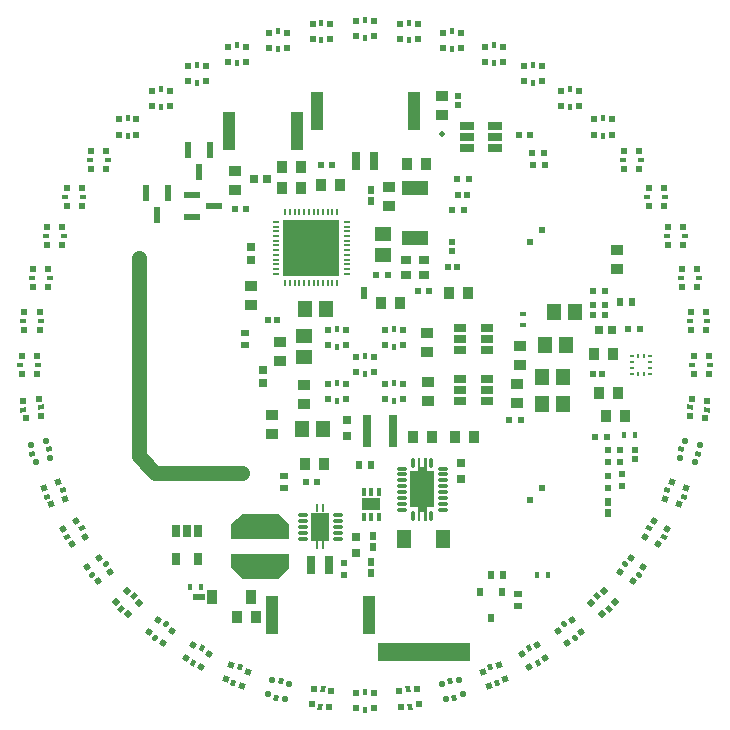
<source format=gtl>
G04 Layer_Physical_Order=1*
G04 Layer_Color=255*
%FSLAX25Y25*%
%MOIN*%
G70*
G01*
G75*
%ADD10R,0.01969X0.01969*%
%ADD11R,0.01575X0.01969*%
%ADD12R,0.01969X0.01969*%
%ADD13R,0.01969X0.01575*%
%ADD14P,0.02784X4X322.5*%
G04:AMPARAMS|DCode=15|XSize=15.75mil|YSize=19.69mil|CornerRadius=0mil|HoleSize=0mil|Usage=FLASHONLY|Rotation=277.500|XOffset=0mil|YOffset=0mil|HoleType=Round|Shape=Rectangle|*
%AMROTATEDRECTD15*
4,1,4,-0.01079,0.00652,0.00873,0.00909,0.01079,-0.00652,-0.00873,-0.00909,-0.01079,0.00652,0.0*
%
%ADD15ROTATEDRECTD15*%

%ADD16P,0.02784X4X330.0*%
G04:AMPARAMS|DCode=17|XSize=15.75mil|YSize=19.69mil|CornerRadius=0mil|HoleSize=0mil|Usage=FLASHONLY|Rotation=285.000|XOffset=0mil|YOffset=0mil|HoleType=Round|Shape=Rectangle|*
%AMROTATEDRECTD17*
4,1,4,-0.01155,0.00506,0.00747,0.01015,0.01155,-0.00506,-0.00747,-0.01015,-0.01155,0.00506,0.0*
%
%ADD17ROTATEDRECTD17*%

%ADD18P,0.02784X4X337.5*%
G04:AMPARAMS|DCode=19|XSize=15.75mil|YSize=19.69mil|CornerRadius=0mil|HoleSize=0mil|Usage=FLASHONLY|Rotation=292.500|XOffset=0mil|YOffset=0mil|HoleType=Round|Shape=Rectangle|*
%AMROTATEDRECTD19*
4,1,4,-0.01211,0.00351,0.00608,0.01104,0.01211,-0.00351,-0.00608,-0.01104,-0.01211,0.00351,0.0*
%
%ADD19ROTATEDRECTD19*%

%ADD20P,0.02784X4X345.0*%
G04:AMPARAMS|DCode=21|XSize=15.75mil|YSize=19.69mil|CornerRadius=0mil|HoleSize=0mil|Usage=FLASHONLY|Rotation=300.000|XOffset=0mil|YOffset=0mil|HoleType=Round|Shape=Rectangle|*
%AMROTATEDRECTD21*
4,1,4,-0.01246,0.00190,0.00459,0.01174,0.01246,-0.00190,-0.00459,-0.01174,-0.01246,0.00190,0.0*
%
%ADD21ROTATEDRECTD21*%

%ADD22P,0.02784X4X352.5*%
G04:AMPARAMS|DCode=23|XSize=15.75mil|YSize=19.69mil|CornerRadius=0mil|HoleSize=0mil|Usage=FLASHONLY|Rotation=307.500|XOffset=0mil|YOffset=0mil|HoleType=Round|Shape=Rectangle|*
%AMROTATEDRECTD23*
4,1,4,-0.01260,0.00026,0.00302,0.01224,0.01260,-0.00026,-0.00302,-0.01224,-0.01260,0.00026,0.0*
%
%ADD23ROTATEDRECTD23*%

%ADD24P,0.02784X4X360.0*%
G04:AMPARAMS|DCode=25|XSize=15.75mil|YSize=19.69mil|CornerRadius=0mil|HoleSize=0mil|Usage=FLASHONLY|Rotation=315.000|XOffset=0mil|YOffset=0mil|HoleType=Round|Shape=Rectangle|*
%AMROTATEDRECTD25*
4,1,4,-0.01253,-0.00139,0.00139,0.01253,0.01253,0.00139,-0.00139,-0.01253,-0.01253,-0.00139,0.0*
%
%ADD25ROTATEDRECTD25*%

%ADD26P,0.02784X4X367.5*%
G04:AMPARAMS|DCode=27|XSize=15.75mil|YSize=19.69mil|CornerRadius=0mil|HoleSize=0mil|Usage=FLASHONLY|Rotation=322.500|XOffset=0mil|YOffset=0mil|HoleType=Round|Shape=Rectangle|*
%AMROTATEDRECTD27*
4,1,4,-0.01224,-0.00302,-0.00026,0.01260,0.01224,0.00302,0.00026,-0.01260,-0.01224,-0.00302,0.0*
%
%ADD27ROTATEDRECTD27*%

%ADD28P,0.02784X4X375.0*%
G04:AMPARAMS|DCode=29|XSize=15.75mil|YSize=19.69mil|CornerRadius=0mil|HoleSize=0mil|Usage=FLASHONLY|Rotation=330.000|XOffset=0mil|YOffset=0mil|HoleType=Round|Shape=Rectangle|*
%AMROTATEDRECTD29*
4,1,4,-0.01174,-0.00459,-0.00190,0.01246,0.01174,0.00459,0.00190,-0.01246,-0.01174,-0.00459,0.0*
%
%ADD29ROTATEDRECTD29*%

%ADD30P,0.02784X4X382.5*%
G04:AMPARAMS|DCode=31|XSize=15.75mil|YSize=19.69mil|CornerRadius=0mil|HoleSize=0mil|Usage=FLASHONLY|Rotation=337.500|XOffset=0mil|YOffset=0mil|HoleType=Round|Shape=Rectangle|*
%AMROTATEDRECTD31*
4,1,4,-0.01104,-0.00608,-0.00351,0.01211,0.01104,0.00608,0.00351,-0.01211,-0.01104,-0.00608,0.0*
%
%ADD31ROTATEDRECTD31*%

%ADD32P,0.02784X4X390.0*%
G04:AMPARAMS|DCode=33|XSize=15.75mil|YSize=19.69mil|CornerRadius=0mil|HoleSize=0mil|Usage=FLASHONLY|Rotation=345.000|XOffset=0mil|YOffset=0mil|HoleType=Round|Shape=Rectangle|*
%AMROTATEDRECTD33*
4,1,4,-0.01015,-0.00747,-0.00506,0.01155,0.01015,0.00747,0.00506,-0.01155,-0.01015,-0.00747,0.0*
%
%ADD33ROTATEDRECTD33*%

%ADD34P,0.02784X4X397.5*%
G04:AMPARAMS|DCode=35|XSize=15.75mil|YSize=19.69mil|CornerRadius=0mil|HoleSize=0mil|Usage=FLASHONLY|Rotation=352.500|XOffset=0mil|YOffset=0mil|HoleType=Round|Shape=Rectangle|*
%AMROTATEDRECTD35*
4,1,4,-0.00909,-0.00873,-0.00652,0.01079,0.00909,0.00873,0.00652,-0.01079,-0.00909,-0.00873,0.0*
%
%ADD35ROTATEDRECTD35*%

%ADD36P,0.02784X4X52.5*%
G04:AMPARAMS|DCode=37|XSize=15.75mil|YSize=19.69mil|CornerRadius=0mil|HoleSize=0mil|Usage=FLASHONLY|Rotation=7.500|XOffset=0mil|YOffset=0mil|HoleType=Round|Shape=Rectangle|*
%AMROTATEDRECTD37*
4,1,4,-0.00652,-0.01079,-0.00909,0.00873,0.00652,0.01079,0.00909,-0.00873,-0.00652,-0.01079,0.0*
%
%ADD37ROTATEDRECTD37*%

%ADD38P,0.02784X4X60.0*%
G04:AMPARAMS|DCode=39|XSize=15.75mil|YSize=19.69mil|CornerRadius=0mil|HoleSize=0mil|Usage=FLASHONLY|Rotation=15.000|XOffset=0mil|YOffset=0mil|HoleType=Round|Shape=Rectangle|*
%AMROTATEDRECTD39*
4,1,4,-0.00506,-0.01155,-0.01015,0.00747,0.00506,0.01155,0.01015,-0.00747,-0.00506,-0.01155,0.0*
%
%ADD39ROTATEDRECTD39*%

%ADD40P,0.02784X4X67.5*%
G04:AMPARAMS|DCode=41|XSize=15.75mil|YSize=19.69mil|CornerRadius=0mil|HoleSize=0mil|Usage=FLASHONLY|Rotation=22.500|XOffset=0mil|YOffset=0mil|HoleType=Round|Shape=Rectangle|*
%AMROTATEDRECTD41*
4,1,4,-0.00351,-0.01211,-0.01104,0.00608,0.00351,0.01211,0.01104,-0.00608,-0.00351,-0.01211,0.0*
%
%ADD41ROTATEDRECTD41*%

%ADD42P,0.02784X4X75.0*%
G04:AMPARAMS|DCode=43|XSize=15.75mil|YSize=19.69mil|CornerRadius=0mil|HoleSize=0mil|Usage=FLASHONLY|Rotation=30.000|XOffset=0mil|YOffset=0mil|HoleType=Round|Shape=Rectangle|*
%AMROTATEDRECTD43*
4,1,4,-0.00190,-0.01246,-0.01174,0.00459,0.00190,0.01246,0.01174,-0.00459,-0.00190,-0.01246,0.0*
%
%ADD43ROTATEDRECTD43*%

%ADD44P,0.02784X4X82.5*%
G04:AMPARAMS|DCode=45|XSize=15.75mil|YSize=19.69mil|CornerRadius=0mil|HoleSize=0mil|Usage=FLASHONLY|Rotation=37.500|XOffset=0mil|YOffset=0mil|HoleType=Round|Shape=Rectangle|*
%AMROTATEDRECTD45*
4,1,4,-0.00026,-0.01260,-0.01224,0.00302,0.00026,0.01260,0.01224,-0.00302,-0.00026,-0.01260,0.0*
%
%ADD45ROTATEDRECTD45*%

%ADD46P,0.02784X4X127.5*%
G04:AMPARAMS|DCode=47|XSize=15.75mil|YSize=19.69mil|CornerRadius=0mil|HoleSize=0mil|Usage=FLASHONLY|Rotation=82.500|XOffset=0mil|YOffset=0mil|HoleType=Round|Shape=Rectangle|*
%AMROTATEDRECTD47*
4,1,4,0.00873,-0.00909,-0.01079,-0.00652,-0.00873,0.00909,0.01079,0.00652,0.00873,-0.00909,0.0*
%
%ADD47ROTATEDRECTD47*%

%ADD48P,0.02784X4X120.0*%
G04:AMPARAMS|DCode=49|XSize=15.75mil|YSize=19.69mil|CornerRadius=0mil|HoleSize=0mil|Usage=FLASHONLY|Rotation=75.000|XOffset=0mil|YOffset=0mil|HoleType=Round|Shape=Rectangle|*
%AMROTATEDRECTD49*
4,1,4,0.00747,-0.01015,-0.01155,-0.00506,-0.00747,0.01015,0.01155,0.00506,0.00747,-0.01015,0.0*
%
%ADD49ROTATEDRECTD49*%

%ADD50P,0.02784X4X112.5*%
G04:AMPARAMS|DCode=51|XSize=15.75mil|YSize=19.69mil|CornerRadius=0mil|HoleSize=0mil|Usage=FLASHONLY|Rotation=67.500|XOffset=0mil|YOffset=0mil|HoleType=Round|Shape=Rectangle|*
%AMROTATEDRECTD51*
4,1,4,0.00608,-0.01104,-0.01211,-0.00351,-0.00608,0.01104,0.01211,0.00351,0.00608,-0.01104,0.0*
%
%ADD51ROTATEDRECTD51*%

%ADD52P,0.02784X4X105.0*%
G04:AMPARAMS|DCode=53|XSize=15.75mil|YSize=19.69mil|CornerRadius=0mil|HoleSize=0mil|Usage=FLASHONLY|Rotation=60.000|XOffset=0mil|YOffset=0mil|HoleType=Round|Shape=Rectangle|*
%AMROTATEDRECTD53*
4,1,4,0.00459,-0.01174,-0.01246,-0.00190,-0.00459,0.01174,0.01246,0.00190,0.00459,-0.01174,0.0*
%
%ADD53ROTATEDRECTD53*%

%ADD54P,0.02784X4X97.5*%
G04:AMPARAMS|DCode=55|XSize=15.75mil|YSize=19.69mil|CornerRadius=0mil|HoleSize=0mil|Usage=FLASHONLY|Rotation=52.500|XOffset=0mil|YOffset=0mil|HoleType=Round|Shape=Rectangle|*
%AMROTATEDRECTD55*
4,1,4,0.00302,-0.01224,-0.01260,-0.00026,-0.00302,0.01224,0.01260,0.00026,0.00302,-0.01224,0.0*
%
%ADD55ROTATEDRECTD55*%

%ADD56P,0.02784X4X90.0*%
G04:AMPARAMS|DCode=57|XSize=15.75mil|YSize=19.69mil|CornerRadius=0mil|HoleSize=0mil|Usage=FLASHONLY|Rotation=45.000|XOffset=0mil|YOffset=0mil|HoleType=Round|Shape=Rectangle|*
%AMROTATEDRECTD57*
4,1,4,0.00139,-0.01253,-0.01253,0.00139,-0.00139,0.01253,0.01253,-0.00139,0.00139,-0.01253,0.0*
%
%ADD57ROTATEDRECTD57*%

%ADD58R,0.02362X0.02953*%
%ADD59R,0.02165X0.02559*%
%ADD60R,0.02559X0.02165*%
%ADD61R,0.02000X0.02000*%
%ADD62R,0.02362X0.05512*%
%ADD63O,0.00787X0.02559*%
%ADD64O,0.02559X0.00787*%
%ADD65R,0.18504X0.18504*%
%ADD66R,0.05512X0.02362*%
%ADD67R,0.04528X0.05709*%
%ADD68R,0.05709X0.04528*%
%ADD69R,0.08661X0.05118*%
%ADD70R,0.03543X0.03937*%
%ADD71R,0.03937X0.03543*%
%ADD72R,0.03937X0.12795*%
%ADD73R,0.02756X0.05906*%
%ADD74R,0.04134X0.12795*%
%ADD75R,0.02559X0.04331*%
%ADD76R,0.02953X0.02559*%
%ADD77R,0.02047X0.02047*%
%ADD78R,0.02559X0.02953*%
%ADD79R,0.02165X0.01772*%
%ADD80R,0.02362X0.02362*%
%ADD81R,0.02362X0.02362*%
%ADD82R,0.03150X0.10630*%
%ADD83R,0.02441X0.02441*%
%ADD84R,0.04528X0.05906*%
%ADD85R,0.30709X0.05906*%
%ADD86R,0.02000X0.02000*%
%ADD87O,0.03347X0.01102*%
%ADD88O,0.01102X0.03347*%
%ADD89R,0.01181X0.01181*%
%ADD90R,0.01772X0.02165*%
%ADD91R,0.03937X0.03937*%
%ADD92R,0.03583X0.04803*%
%ADD93R,0.02047X0.02047*%
%ADD94R,0.05118X0.02756*%
%ADD95O,0.01476X0.00984*%
%ADD96O,0.00984X0.01476*%
%ADD97C,0.01969*%
%ADD98R,0.06496X0.09449*%
%ADD99R,0.01181X0.02756*%
%ADD100R,0.06299X0.03937*%
%ADD101R,0.01969X0.02362*%
%ADD102R,0.02362X0.01969*%
%ADD103R,0.01969X0.02559*%
%ADD104R,0.03150X0.02953*%
%ADD105R,0.03543X0.02953*%
%ADD106R,0.04134X0.02559*%
%ADD107C,0.05000*%
%ADD108R,0.01102X0.02756*%
%ADD109C,0.02598*%
%ADD110C,0.02400*%
G36*
X-25354Y-67783D02*
X-29094Y-71327D01*
X-40905D01*
X-44646Y-67783D01*
Y-63059D01*
X-25354D01*
Y-67783D01*
D02*
G37*
G36*
Y-53216D02*
Y-57941D01*
X-44646D01*
Y-53216D01*
X-40905Y-49673D01*
X-29094D01*
X-25354Y-53216D01*
D02*
G37*
G36*
X20535Y-35496D02*
X23035D01*
Y-47504D01*
X20535D01*
Y-51933D01*
X19630D01*
Y-49078D01*
X18370D01*
Y-51933D01*
X17464D01*
Y-47504D01*
X14964D01*
Y-35496D01*
X17464D01*
Y-31067D01*
X18370D01*
Y-33921D01*
X19630D01*
Y-31067D01*
X20535D01*
Y-35496D01*
D02*
G37*
D10*
X-12453Y11559D02*
D03*
X-6547D02*
D03*
X-12453Y6441D02*
D03*
X-6547D02*
D03*
X6547Y11559D02*
D03*
X12453D02*
D03*
X6547Y6441D02*
D03*
X12453D02*
D03*
X-2953Y2559D02*
D03*
X2953D02*
D03*
X-2953Y-2559D02*
D03*
X2953D02*
D03*
X-6547Y-11559D02*
D03*
X-12453D02*
D03*
X-6547Y-6441D02*
D03*
X-12453D02*
D03*
X12453Y-11559D02*
D03*
X6547D02*
D03*
X12453Y-6441D02*
D03*
X6547D02*
D03*
X-11667Y108491D02*
D03*
X-17573Y108491D02*
D03*
X-11667Y113609D02*
D03*
X-17573Y113609D02*
D03*
X-26037Y105632D02*
D03*
X-31942Y105632D02*
D03*
X-26037Y110750D02*
D03*
X-31942Y110750D02*
D03*
X-39911Y100923D02*
D03*
X-45816Y100923D02*
D03*
X-39911Y106041D02*
D03*
X-45816Y106041D02*
D03*
X-53051Y94443D02*
D03*
X-58957D02*
D03*
X-53051Y99561D02*
D03*
X-58957Y99561D02*
D03*
X-65233Y86303D02*
D03*
X-71139Y86303D02*
D03*
X-65233Y91421D02*
D03*
X-71139Y91421D02*
D03*
X-76249Y76643D02*
D03*
X-82154D02*
D03*
X-76249Y81761D02*
D03*
X-82154D02*
D03*
X-2953Y-109449D02*
D03*
X2953D02*
D03*
X-2953Y-114567D02*
D03*
X2953D02*
D03*
Y109449D02*
D03*
X-2953D02*
D03*
X2953Y114567D02*
D03*
X-2953D02*
D03*
X17573Y108491D02*
D03*
X11667Y108491D02*
D03*
X17573Y113609D02*
D03*
X11667Y113609D02*
D03*
X31942Y105632D02*
D03*
X26037Y105632D02*
D03*
X31942Y110750D02*
D03*
X26037Y110750D02*
D03*
X45816Y100923D02*
D03*
X39911Y100923D02*
D03*
X45816Y106041D02*
D03*
X39911Y106041D02*
D03*
X58957Y94443D02*
D03*
X53051D02*
D03*
X58957Y99561D02*
D03*
X53051Y99561D02*
D03*
X71139Y86303D02*
D03*
X65233Y86303D02*
D03*
X71139Y91421D02*
D03*
X65233Y91421D02*
D03*
X82154Y76643D02*
D03*
X76249D02*
D03*
X82154Y81761D02*
D03*
X76249D02*
D03*
D11*
X-9500Y11953D02*
D03*
Y6047D02*
D03*
X9500Y11953D02*
D03*
Y6047D02*
D03*
X0Y2953D02*
D03*
Y-2953D02*
D03*
X-9500Y-11953D02*
D03*
Y-6047D02*
D03*
X9500Y-11953D02*
D03*
Y-6047D02*
D03*
X-14620Y108097D02*
D03*
X-14620Y114003D02*
D03*
X-28990Y105239D02*
D03*
X-28990Y111144D02*
D03*
X-42864Y100529D02*
D03*
X-42864Y106435D02*
D03*
X-56004Y94049D02*
D03*
Y99954D02*
D03*
X-68186Y85909D02*
D03*
X-68186Y91815D02*
D03*
X-79202Y76249D02*
D03*
Y82154D02*
D03*
X0Y-109055D02*
D03*
Y-114961D02*
D03*
Y109055D02*
D03*
Y114961D02*
D03*
X14620Y108097D02*
D03*
X14620Y114003D02*
D03*
X28990Y105239D02*
D03*
X28990Y111144D02*
D03*
X42864Y100529D02*
D03*
X42864Y106435D02*
D03*
X56004Y94049D02*
D03*
Y99954D02*
D03*
X68186Y85909D02*
D03*
X68186Y91815D02*
D03*
X79202Y76249D02*
D03*
Y82154D02*
D03*
D12*
X-86303Y71139D02*
D03*
X-86303Y65233D02*
D03*
X-91421Y71139D02*
D03*
X-91421Y65233D02*
D03*
X-94443Y58957D02*
D03*
Y53051D02*
D03*
X-99561Y58957D02*
D03*
X-99561Y53051D02*
D03*
X-100923Y45816D02*
D03*
X-100923Y39911D02*
D03*
X-106041Y45816D02*
D03*
X-106041Y39911D02*
D03*
X-105632Y31942D02*
D03*
X-105632Y26037D02*
D03*
X-110750Y31942D02*
D03*
X-110750Y26037D02*
D03*
X-108491Y17573D02*
D03*
X-108491Y11667D02*
D03*
X-113609Y17573D02*
D03*
X-113609Y11667D02*
D03*
X-109449Y2953D02*
D03*
Y-2953D02*
D03*
X-114567Y2953D02*
D03*
Y-2953D02*
D03*
X86303Y65233D02*
D03*
X86303Y71139D02*
D03*
X91421Y65233D02*
D03*
X91421Y71139D02*
D03*
X94443Y53051D02*
D03*
Y58957D02*
D03*
X99561Y53051D02*
D03*
X99561Y58957D02*
D03*
X100923Y39911D02*
D03*
X100923Y45816D02*
D03*
X106041Y39911D02*
D03*
X106041Y45816D02*
D03*
X105632Y26037D02*
D03*
X105632Y31942D02*
D03*
X110750Y26037D02*
D03*
X110750Y31942D02*
D03*
X108491Y11667D02*
D03*
X108491Y17573D02*
D03*
X113609Y11667D02*
D03*
X113609Y17573D02*
D03*
X109449Y-2953D02*
D03*
Y2953D02*
D03*
X114567Y-2953D02*
D03*
Y2953D02*
D03*
X-41000Y-36000D02*
D03*
D13*
X-85909Y68186D02*
D03*
X-91815Y68186D02*
D03*
X-94049Y56004D02*
D03*
X-99954D02*
D03*
X-100529Y42864D02*
D03*
X-106435Y42864D02*
D03*
X-105239Y28990D02*
D03*
X-111144Y28990D02*
D03*
X-108097Y14620D02*
D03*
X-114003Y14620D02*
D03*
X-109055Y0D02*
D03*
X-114961D02*
D03*
X85909Y68186D02*
D03*
X91815Y68186D02*
D03*
X94049Y56004D02*
D03*
X99954D02*
D03*
X100529Y42864D02*
D03*
X106435Y42864D02*
D03*
X105239Y28990D02*
D03*
X111144Y28990D02*
D03*
X108097Y14620D02*
D03*
X114003Y14620D02*
D03*
X109055Y0D02*
D03*
X114961D02*
D03*
D14*
X-108898Y-11358D02*
D03*
X-108127Y-17213D02*
D03*
X-113972Y-12026D02*
D03*
X-113201Y-17881D02*
D03*
D15*
X-108122Y-14235D02*
D03*
X-113977Y-15005D02*
D03*
D16*
X-106484Y-25475D02*
D03*
X-104955Y-31180D02*
D03*
X-111427Y-26800D02*
D03*
X-109899Y-32504D02*
D03*
D17*
X-105339Y-28226D02*
D03*
X-111043Y-29754D02*
D03*
D18*
X-102247Y-39156D02*
D03*
X-99988Y-44612D02*
D03*
X-106976Y-41115D02*
D03*
X-104716Y-46571D02*
D03*
D19*
X-100754Y-41734D02*
D03*
X-106210Y-43994D02*
D03*
D20*
X-96262Y-52167D02*
D03*
X-93309Y-57282D02*
D03*
X-100694Y-54726D02*
D03*
X-97741Y-59841D02*
D03*
D21*
X-94444Y-54528D02*
D03*
X-99559Y-57480D02*
D03*
D22*
X-88629Y-64286D02*
D03*
X-85034Y-68971D02*
D03*
X-92690Y-67401D02*
D03*
X-89095Y-72087D02*
D03*
D23*
X-86519Y-66389D02*
D03*
X-91204Y-69984D02*
D03*
D24*
X-79480Y-75304D02*
D03*
X-75304Y-79480D02*
D03*
X-83099Y-78923D02*
D03*
X-78923Y-83099D02*
D03*
D25*
X-77114Y-77114D02*
D03*
X-81289Y-81289D02*
D03*
D26*
X-68971Y-85034D02*
D03*
X-64286Y-88629D02*
D03*
X-72087Y-89095D02*
D03*
X-67401Y-92690D02*
D03*
D27*
X-66389Y-86519D02*
D03*
X-69984Y-91204D02*
D03*
D28*
X-57282Y-93309D02*
D03*
X-52167Y-96262D02*
D03*
X-59841Y-97741D02*
D03*
X-54726Y-100694D02*
D03*
D29*
X-54528Y-94444D02*
D03*
X-57480Y-99559D02*
D03*
D30*
X-44612Y-99988D02*
D03*
X-39156Y-102247D02*
D03*
X-46571Y-104716D02*
D03*
X-41115Y-106976D02*
D03*
D31*
X-41734Y-100754D02*
D03*
X-43994Y-106210D02*
D03*
D32*
X-31180Y-104955D02*
D03*
X-25475Y-106484D02*
D03*
X-32504Y-109899D02*
D03*
X-26800Y-111427D02*
D03*
D33*
X-28226Y-105339D02*
D03*
X-29754Y-111043D02*
D03*
D34*
X-17213Y-108127D02*
D03*
X-11358Y-108898D02*
D03*
X-17881Y-113201D02*
D03*
X-12026Y-113972D02*
D03*
D35*
X-14235Y-108122D02*
D03*
X-15005Y-113977D02*
D03*
D36*
X11358Y-108898D02*
D03*
X17213Y-108127D02*
D03*
X12026Y-113972D02*
D03*
X17881Y-113201D02*
D03*
D37*
X14235Y-108122D02*
D03*
X15005Y-113977D02*
D03*
D38*
X25475Y-106484D02*
D03*
X31180Y-104955D02*
D03*
X26800Y-111427D02*
D03*
X32504Y-109899D02*
D03*
D39*
X28226Y-105339D02*
D03*
X29754Y-111043D02*
D03*
D40*
X39156Y-102247D02*
D03*
X44612Y-99988D02*
D03*
X41115Y-106976D02*
D03*
X46571Y-104716D02*
D03*
D41*
X41734Y-100754D02*
D03*
X43994Y-106210D02*
D03*
D42*
X52167Y-96262D02*
D03*
X57282Y-93309D02*
D03*
X54726Y-100694D02*
D03*
X59841Y-97741D02*
D03*
D43*
X54528Y-94444D02*
D03*
X57480Y-99559D02*
D03*
D44*
X64286Y-88629D02*
D03*
X68971Y-85034D02*
D03*
X67401Y-92690D02*
D03*
X72087Y-89095D02*
D03*
D45*
X66389Y-86519D02*
D03*
X69984Y-91204D02*
D03*
D46*
X108127Y-17213D02*
D03*
X108898Y-11358D02*
D03*
X113201Y-17881D02*
D03*
X113972Y-12026D02*
D03*
D47*
X108122Y-14235D02*
D03*
X113977Y-15005D02*
D03*
D48*
X104955Y-31180D02*
D03*
X106484Y-25475D02*
D03*
X109899Y-32504D02*
D03*
X111427Y-26800D02*
D03*
D49*
X105339Y-28226D02*
D03*
X111043Y-29754D02*
D03*
D50*
X99988Y-44612D02*
D03*
X102247Y-39156D02*
D03*
X104716Y-46571D02*
D03*
X106976Y-41115D02*
D03*
D51*
X100754Y-41734D02*
D03*
X106210Y-43994D02*
D03*
D52*
X93309Y-57282D02*
D03*
X96262Y-52167D02*
D03*
X97741Y-59841D02*
D03*
X100694Y-54726D02*
D03*
D53*
X94444Y-54528D02*
D03*
X99559Y-57480D02*
D03*
D54*
X85034Y-68971D02*
D03*
X88629Y-64286D02*
D03*
X89095Y-72087D02*
D03*
X92690Y-67401D02*
D03*
D55*
X86519Y-66389D02*
D03*
X91204Y-69984D02*
D03*
D56*
X75304Y-79480D02*
D03*
X79480Y-75304D02*
D03*
X78923Y-83099D02*
D03*
X83099Y-78923D02*
D03*
D57*
X77114Y-77114D02*
D03*
X81289Y-81289D02*
D03*
D58*
X45740Y-75669D02*
D03*
X38260D02*
D03*
X42000Y-84331D02*
D03*
D59*
X45968Y-70000D02*
D03*
X42031D02*
D03*
X1969Y-33500D02*
D03*
X-1969D02*
D03*
X88968Y21000D02*
D03*
X85031D02*
D03*
D60*
X51000Y-76531D02*
D03*
Y-80468D02*
D03*
X-27000Y-37031D02*
D03*
Y-40968D02*
D03*
X-40000Y10469D02*
D03*
Y6532D02*
D03*
D61*
X-56500Y-77500D02*
D03*
X-54500D02*
D03*
D62*
X-55500Y64260D02*
D03*
X-59240Y71740D02*
D03*
X-51760D02*
D03*
X-69500Y49760D02*
D03*
X-73240Y57240D02*
D03*
X-65760D02*
D03*
D63*
X-9339Y50909D02*
D03*
X-10913D02*
D03*
X-12488D02*
D03*
X-14063D02*
D03*
X-15638D02*
D03*
X-17213D02*
D03*
X-18787D02*
D03*
X-20362D02*
D03*
X-21937D02*
D03*
X-23512D02*
D03*
X-25087D02*
D03*
X-26661D02*
D03*
Y27091D02*
D03*
X-25087D02*
D03*
X-23512D02*
D03*
X-21937D02*
D03*
X-20362D02*
D03*
X-18787D02*
D03*
X-17213D02*
D03*
X-15638D02*
D03*
X-14063D02*
D03*
X-12488D02*
D03*
X-10913D02*
D03*
X-9339D02*
D03*
D64*
X-29909Y47661D02*
D03*
Y46087D02*
D03*
Y44512D02*
D03*
Y42937D02*
D03*
Y41362D02*
D03*
Y39787D02*
D03*
Y38213D02*
D03*
Y36638D02*
D03*
Y35063D02*
D03*
Y33488D02*
D03*
Y31913D02*
D03*
Y30339D02*
D03*
X-6091D02*
D03*
Y31913D02*
D03*
Y33488D02*
D03*
Y35063D02*
D03*
Y36638D02*
D03*
Y38213D02*
D03*
Y39787D02*
D03*
Y41362D02*
D03*
Y42937D02*
D03*
Y44512D02*
D03*
Y46087D02*
D03*
Y47661D02*
D03*
D65*
X-18000Y39000D02*
D03*
D66*
X-50260Y53000D02*
D03*
X-57740Y49260D02*
D03*
Y56740D02*
D03*
D67*
X-21043Y-21500D02*
D03*
X-13957D02*
D03*
X62957Y17500D02*
D03*
X70043D02*
D03*
X58957Y-4000D02*
D03*
X66043D02*
D03*
X-20043Y18500D02*
D03*
X-12957D02*
D03*
X67043Y6500D02*
D03*
X59957D02*
D03*
X66043Y-13000D02*
D03*
X58957D02*
D03*
D68*
X6000Y36457D02*
D03*
Y43543D02*
D03*
X-20500Y2457D02*
D03*
Y9543D02*
D03*
D69*
X16500Y42232D02*
D03*
Y58768D02*
D03*
D70*
X5350Y20500D02*
D03*
X11650D02*
D03*
X80350Y-17000D02*
D03*
X86650D02*
D03*
X15850Y-24000D02*
D03*
X22150D02*
D03*
X-20150Y-33000D02*
D03*
X-13850D02*
D03*
X27850Y24000D02*
D03*
X34150D02*
D03*
X77850Y-9500D02*
D03*
X84150D02*
D03*
X36150Y-24000D02*
D03*
X29850D02*
D03*
X20150Y67000D02*
D03*
X13850D02*
D03*
X82650Y3500D02*
D03*
X76350D02*
D03*
X-21350Y59000D02*
D03*
X-27650D02*
D03*
X-8350Y60000D02*
D03*
X-14650D02*
D03*
X-42650Y-84000D02*
D03*
X-36350D02*
D03*
X-21350Y66000D02*
D03*
X-27650D02*
D03*
D71*
X-31000Y-23150D02*
D03*
Y-16850D02*
D03*
X84000Y31850D02*
D03*
Y38150D02*
D03*
X21000Y-12150D02*
D03*
Y-5850D02*
D03*
X20500Y4350D02*
D03*
Y10650D02*
D03*
X51500Y-150D02*
D03*
Y6150D02*
D03*
X50500Y-12650D02*
D03*
Y-6350D02*
D03*
X-20500Y-6850D02*
D03*
Y-13150D02*
D03*
X-38000Y26150D02*
D03*
Y19850D02*
D03*
X-43500Y64650D02*
D03*
Y58350D02*
D03*
X8000Y59150D02*
D03*
Y52850D02*
D03*
X-28500Y7650D02*
D03*
Y1350D02*
D03*
X25500Y89650D02*
D03*
Y83350D02*
D03*
D72*
X16142Y84500D02*
D03*
X-16142D02*
D03*
X-31142Y-83500D02*
D03*
X1142D02*
D03*
D73*
X2953Y67768D02*
D03*
X-2953D02*
D03*
X-17953Y-66768D02*
D03*
X-12047D02*
D03*
D74*
X-22583Y78000D02*
D03*
X-45417D02*
D03*
D75*
X-55760Y-55276D02*
D03*
X-59500D02*
D03*
X-63240D02*
D03*
Y-64724D02*
D03*
X-55760D02*
D03*
D76*
X-34000Y-6165D02*
D03*
Y-1835D02*
D03*
X-38000Y34835D02*
D03*
Y39165D02*
D03*
D77*
X79075Y-3000D02*
D03*
X75925D02*
D03*
X30575Y32500D02*
D03*
X27425D02*
D03*
X34075Y56500D02*
D03*
X30925D02*
D03*
X-29425Y15000D02*
D03*
X-32575D02*
D03*
D78*
X-37165Y62000D02*
D03*
X-32835D02*
D03*
X77835Y11500D02*
D03*
X82165D02*
D03*
D79*
X52500Y16772D02*
D03*
Y13228D02*
D03*
D80*
X60067Y66500D02*
D03*
X55933D02*
D03*
X34567Y62000D02*
D03*
X30433D02*
D03*
X33067Y51500D02*
D03*
X28933D02*
D03*
X59567Y70500D02*
D03*
X55433D02*
D03*
X52067Y-18500D02*
D03*
X47933D02*
D03*
X80567Y-24000D02*
D03*
X76433D02*
D03*
X91567Y12000D02*
D03*
X87433D02*
D03*
D81*
X85000Y-28433D02*
D03*
Y-32567D02*
D03*
D82*
X669Y-22000D02*
D03*
X9331D02*
D03*
D83*
X21272Y24500D02*
D03*
X17728D02*
D03*
X-16228Y-39000D02*
D03*
X-19772D02*
D03*
X-11228Y66500D02*
D03*
X-14772D02*
D03*
X54772Y76500D02*
D03*
X51228D02*
D03*
X-39728Y52000D02*
D03*
X-43272D02*
D03*
D84*
X25996Y-58181D02*
D03*
X13004D02*
D03*
D85*
X19500Y-95780D02*
D03*
D86*
X-500Y25000D02*
D03*
Y23000D02*
D03*
D87*
X25791Y-48389D02*
D03*
Y-46421D02*
D03*
Y-44452D02*
D03*
Y-42484D02*
D03*
Y-40515D02*
D03*
Y-38547D02*
D03*
Y-36578D02*
D03*
Y-34610D02*
D03*
X12208D02*
D03*
Y-36578D02*
D03*
Y-38547D02*
D03*
Y-40515D02*
D03*
Y-42484D02*
D03*
Y-44452D02*
D03*
Y-46421D02*
D03*
Y-48389D02*
D03*
X-20807Y-50063D02*
D03*
Y-52031D02*
D03*
Y-54000D02*
D03*
Y-55968D02*
D03*
Y-57937D02*
D03*
X-9193D02*
D03*
Y-55968D02*
D03*
Y-54000D02*
D03*
Y-52031D02*
D03*
Y-50063D02*
D03*
D88*
X21952Y-32740D02*
D03*
X16047D02*
D03*
Y-50260D02*
D03*
X21952D02*
D03*
D89*
X19000Y-41500D02*
D03*
D90*
X89772Y-23500D02*
D03*
X86228D02*
D03*
X60772Y-70000D02*
D03*
X57228D02*
D03*
X-54728Y-74000D02*
D03*
X-58272D02*
D03*
D91*
X-35000Y-53807D02*
D03*
Y-67193D02*
D03*
D92*
X-50937Y-77500D02*
D03*
X-38063D02*
D03*
D93*
X29000Y41075D02*
D03*
Y37925D02*
D03*
X31000Y86425D02*
D03*
Y89575D02*
D03*
X90000Y-28425D02*
D03*
Y-31575D02*
D03*
D94*
X33776Y72260D02*
D03*
Y76000D02*
D03*
Y79740D02*
D03*
X43224D02*
D03*
Y76000D02*
D03*
Y72260D02*
D03*
D95*
X94953Y2953D02*
D03*
Y984D02*
D03*
Y-984D02*
D03*
Y-2953D02*
D03*
X89047D02*
D03*
Y-984D02*
D03*
Y984D02*
D03*
Y2953D02*
D03*
D96*
X92984Y-2953D02*
D03*
X91016D02*
D03*
Y2953D02*
D03*
X92984D02*
D03*
D97*
X25500Y77000D02*
D03*
D98*
X-15000Y-54000D02*
D03*
D99*
X-559Y-50634D02*
D03*
X2000D02*
D03*
X4559D02*
D03*
Y-42366D02*
D03*
X2000D02*
D03*
X-559D02*
D03*
D100*
X2000Y-46500D02*
D03*
D101*
X85500Y-36531D02*
D03*
Y-40468D02*
D03*
X81000Y-28532D02*
D03*
Y-32469D02*
D03*
X-7000Y-66031D02*
D03*
Y-69968D02*
D03*
X81000Y-37031D02*
D03*
Y-40968D02*
D03*
D102*
X79969Y16500D02*
D03*
X76032D02*
D03*
X79969Y24500D02*
D03*
X76032D02*
D03*
X7468Y30000D02*
D03*
X3531D02*
D03*
X79969Y20000D02*
D03*
X76032D02*
D03*
D103*
X81000Y-45630D02*
D03*
Y-49370D02*
D03*
X2000Y58370D02*
D03*
Y54630D02*
D03*
X2500Y-57130D02*
D03*
Y-60870D02*
D03*
X2000Y-65630D02*
D03*
Y-69370D02*
D03*
D104*
X32000Y-38157D02*
D03*
Y-32842D02*
D03*
X-6000Y-23658D02*
D03*
Y-18342D02*
D03*
X-3000Y-57342D02*
D03*
Y-62657D02*
D03*
D105*
X13547Y34961D02*
D03*
X19453D02*
D03*
X13547Y30039D02*
D03*
X19453D02*
D03*
D106*
X40429Y-4760D02*
D03*
Y-8500D02*
D03*
Y-12240D02*
D03*
X31571D02*
D03*
Y-8500D02*
D03*
Y-4760D02*
D03*
Y4760D02*
D03*
Y8500D02*
D03*
Y12240D02*
D03*
X40429D02*
D03*
Y8500D02*
D03*
Y4760D02*
D03*
D107*
X-75528Y-30488D02*
X-70016Y-36000D01*
X-75528Y-30488D02*
Y35496D01*
X-70016Y-36000D02*
X-41000D01*
D108*
X-15984Y-47898D02*
D03*
X-14016D02*
D03*
Y-60102D02*
D03*
X-15984D02*
D03*
D109*
X-10913Y46087D02*
D03*
Y41362D02*
D03*
Y36638D02*
D03*
Y31913D02*
D03*
X-15638Y46087D02*
D03*
Y41362D02*
D03*
Y36638D02*
D03*
Y31913D02*
D03*
X-20362Y46087D02*
D03*
Y41362D02*
D03*
Y36638D02*
D03*
Y31913D02*
D03*
X-25087Y46087D02*
D03*
Y41362D02*
D03*
Y36638D02*
D03*
Y31913D02*
D03*
D110*
X17031Y-37563D02*
D03*
Y-41500D02*
D03*
Y-45437D02*
D03*
X20968Y-37563D02*
D03*
Y-41500D02*
D03*
Y-45437D02*
D03*
X-15000Y-54000D02*
D03*
X-13032Y-51047D02*
D03*
X-16969D02*
D03*
Y-56953D02*
D03*
X-13032D02*
D03*
X425Y-46500D02*
D03*
X3575D02*
D03*
X55032Y41032D02*
D03*
X58969Y44969D02*
D03*
Y-41032D02*
D03*
X55032Y-44969D02*
D03*
M02*

</source>
